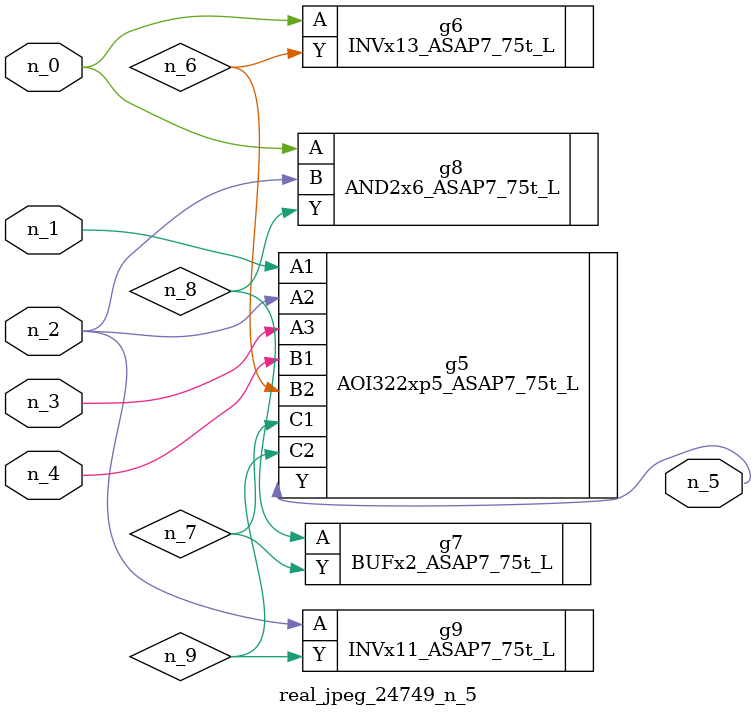
<source format=v>
module real_jpeg_24749_n_5 (n_4, n_0, n_1, n_2, n_3, n_5);

input n_4;
input n_0;
input n_1;
input n_2;
input n_3;

output n_5;

wire n_8;
wire n_6;
wire n_7;
wire n_9;

INVx13_ASAP7_75t_L g6 ( 
.A(n_0),
.Y(n_6)
);

AND2x6_ASAP7_75t_L g8 ( 
.A(n_0),
.B(n_2),
.Y(n_8)
);

AOI322xp5_ASAP7_75t_L g5 ( 
.A1(n_1),
.A2(n_2),
.A3(n_3),
.B1(n_4),
.B2(n_6),
.C1(n_7),
.C2(n_9),
.Y(n_5)
);

INVx11_ASAP7_75t_L g9 ( 
.A(n_2),
.Y(n_9)
);

BUFx2_ASAP7_75t_L g7 ( 
.A(n_8),
.Y(n_7)
);


endmodule
</source>
